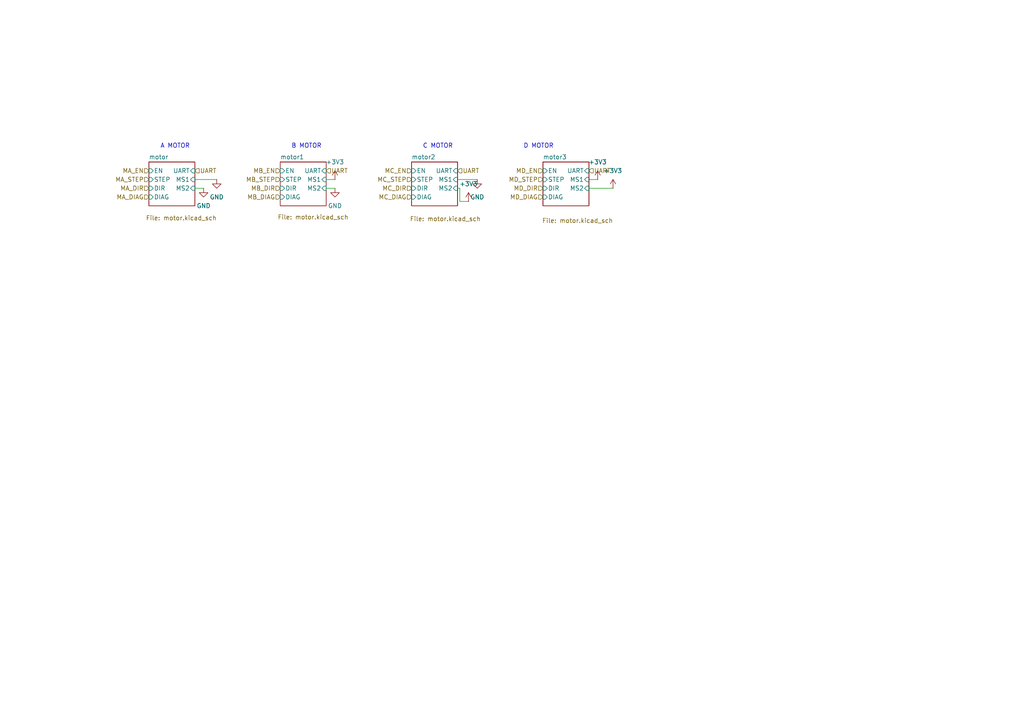
<source format=kicad_sch>
(kicad_sch (version 20250114) (generator "eeschema") (generator_version "9.0")
  (paper "A4")
  (lib_symbols
    (symbol "power:+3V3" (power) (pin_numbers (hide yes)) (pin_names (offset 0) (hide yes))
      (property "Value" "+3V3" (at 0 3.556 0))
      (symbol "+3V3_0_1"
        (polyline (pts (xy -0.762 1.27) (xy 0 2.54)))
        (polyline (pts (xy 0 2.54) (xy 0.762 1.27)))
        (polyline (pts (xy 0 0) (xy 0 2.54)))
      )
      (symbol "+3V3_1_1"
        (pin power_in line (at 0 0 90) (length 0) (name "~") (number "1"))
      )
    )
    (symbol "power:GND" (power) (pin_numbers (hide yes)) (pin_names (offset 0) (hide yes))
      (property "Value" "GND" (at 0 -3.81 0))
      (symbol "GND_0_1"
        (polyline (pts (xy 0 0) (xy 0 -1.27) (xy 1.27 -1.27) (xy 0 -2.54) (xy -1.27 -1.27) (xy 0 -1.27)))
      )
      (symbol "GND_1_1"
        (pin power_in line (at 0 0 270) (length 0) (name "~") (number "1"))
      )
    )
  )
  (text "D MOTOR" (at 156.21 42.418 0) (effects (font (size 1.27 1.27))))
  (text "C MOTOR" (at 127 42.418 0) (effects (font (size 1.27 1.27))))
  (text "B MOTOR" (at 88.9 42.418 0) (effects (font (size 1.27 1.27))))
  (text "A MOTOR" (at 50.8 42.418 0) (effects (font (size 1.27 1.27))))
  (wire (pts (xy 56.515 54.61) (xy 59.055 54.61)))
  (wire (pts (xy 94.615 54.61) (xy 97.155 54.61)))
  (wire (pts (xy 133.35 58.42) (xy 133.35 54.61)))
  (wire (pts (xy 132.715 52.07) (xy 138.43 52.07)))
  (wire (pts (xy 133.35 54.61) (xy 132.715 54.61)))
  (wire (pts (xy 133.35 58.42) (xy 135.89 58.42)))
  (wire (pts (xy 56.515 52.07) (xy 62.865 52.07)))
  (wire (pts (xy 170.815 54.61) (xy 177.8 54.61)))
  (wire (pts (xy 94.615 52.07) (xy 97.155 52.07)))
  (wire (pts (xy 170.815 52.07) (xy 173.355 52.07)))
  (hierarchical_label "MC_DIAG" (shape input) (at 119.38 57.15 180))
  (hierarchical_label "UART" (shape input) (at 56.515 49.53 0))
  (hierarchical_label "UART" (shape input) (at 132.715 49.53 0))
  (hierarchical_label "MC_EN" (shape input) (at 119.38 49.53 180))
  (hierarchical_label "MB_EN" (shape input) (at 81.28 49.53 180))
  (hierarchical_label "MD_EN" (shape input) (at 157.48 49.53 180))
  (hierarchical_label "UART" (shape input) (at 94.615 49.53 0))
  (hierarchical_label "MD_DIAG" (shape input) (at 157.48 57.15 180))
  (hierarchical_label "MB_DIAG" (shape input) (at 81.28 57.15 180))
  (hierarchical_label "UART" (shape input) (at 170.815 49.53 0))
  (hierarchical_label "MD_STEP" (shape input) (at 157.48 52.07 180))
  (hierarchical_label "MA_DIR" (shape input) (at 43.18 54.61 180))
  (hierarchical_label "MB_DIR" (shape input) (at 81.28 54.61 180))
  (hierarchical_label "MC_DIR" (shape input) (at 119.38 54.61 180))
  (hierarchical_label "MA_EN" (shape input) (at 43.18 49.53 180))
  (hierarchical_label "MB_STEP" (shape input) (at 81.28 52.07 180))
  (hierarchical_label "MC_STEP" (shape input) (at 119.38 52.07 180))
  (hierarchical_label "MD_DIR" (shape input) (at 157.48 54.61 180))
  (hierarchical_label "MA_STEP" (shape input) (at 43.18 52.07 180))
  (hierarchical_label "MA_DIAG" (shape input) (at 43.18 57.15 180))
  (symbol (lib_id "power:+3V3") (at 97.155 52.07 0) (unit 1)
    (property "Reference" "#PWR021" (effects (hide yes)))
    (property "Value" "+3V3" (at 97.155 46.99 0))
    (property "Description" "Power symbol creates a global label with name \"+3V3\"" (effects (hide yes)))
    (instances (project "A1_SMD_MB" (path "" (reference "#PWR0138") (unit 1)) (path "" (reference "#PWR021") (unit 1))))
  )
  (symbol (lib_id "power:+3V3") (at 135.89 58.42 0) (unit 1)
    (property "Reference" "#PWR023" (effects (hide yes)))
    (property "Value" "+3V3" (at 135.89 53.34 0))
    (property "Description" "Power symbol creates a global label with name \"+3V3\"" (effects (hide yes)))
    (instances (project "A1_SMD_MB" (path "" (reference "#PWR0140") (unit 1)) (path "" (reference "#PWR023") (unit 1))))
  )
  (symbol (lib_id "power:+3V3") (at 173.355 52.07 0) (unit 1)
    (property "Reference" "#PWR025" (effects (hide yes)))
    (property "Value" "+3V3" (at 173.355 46.99 0))
    (property "Description" "Power symbol creates a global label with name \"+3V3\"" (effects (hide yes)))
    (instances (project "A1_SMD_MB" (path "" (reference "#PWR0142") (unit 1)) (path "" (reference "#PWR025") (unit 1))))
  )
  (symbol (lib_id "power:+3V3") (at 177.8 54.61 0) (unit 1)
    (property "Reference" "#PWR027" (effects (hide yes)))
    (property "Value" "+3V3" (at 177.8 49.53 0))
    (property "Description" "Power symbol creates a global label with name \"+3V3\"" (effects (hide yes)))
    (instances (project "A1_SMD_MB" (path "" (reference "#PWR0143") (unit 1)) (path "" (reference "#PWR027") (unit 1))))
  )
  (symbol (lib_id "power:GND") (at 97.155 54.61 0) (unit 1)
    (property "Reference" "#PWR022" (effects (hide yes)))
    (property "Value" "GND" (at 97.155 59.69 0))
    (property "Description" "Power symbol creates a global label with name \"GND\" , ground" (effects (hide yes)))
    (instances (project "A1_SMD_MB" (path "" (reference "#PWR0139") (unit 1)) (path "" (reference "#PWR022") (unit 1))))
  )
  (symbol (lib_id "power:GND") (at 138.43 52.07 0) (unit 1)
    (property "Reference" "#PWR024" (effects (hide yes)))
    (property "Value" "GND" (at 138.43 57.15 0))
    (property "Description" "Power symbol creates a global label with name \"GND\" , ground" (effects (hide yes)))
    (instances (project "A1_SMD_MB" (path "" (reference "#PWR0141") (unit 1)) (path "" (reference "#PWR024") (unit 1))))
  )
  (symbol (lib_id "power:GND") (at 59.055 54.61 0) (unit 1)
    (property "Reference" "#PWR019" (effects (hide yes)))
    (property "Value" "GND" (at 59.055 59.69 0))
    (property "Description" "Power symbol creates a global label with name \"GND\" , ground" (effects (hide yes)))
    (instances (project "A1_SMD_MB" (path "" (reference "#PWR0136") (unit 1)) (path "" (reference "#PWR019") (unit 1))))
  )
  (symbol (lib_id "power:GND") (at 62.865 52.07 0) (unit 1)
    (property "Reference" "#PWR020" (effects (hide yes)))
    (property "Value" "GND" (at 62.865 57.15 0))
    (property "Description" "Power symbol creates a global label with name \"GND\" , ground" (effects (hide yes)))
    (instances (project "A1_SMD_MB" (path "" (reference "#PWR0137") (unit 1)) (path "" (reference "#PWR020") (unit 1))))
  )
  (sheet (at 81.28 46.99) (size 13.335 12.7) (stroke (width 0.1524))
    (property "Sheetname" "motor1" (at 81.28 46.2784 0) (effects (justify left bottom)))
    (property "Sheetfile" "motor.kicad_sch" (at 80.518 62.23 0) (effects (justify left top)))
    (pin "DIAG" input (at 81.28 57.15 180))
    (pin "UART" input (at 94.615 49.53 0))
    (pin "STEP" input (at 81.28 52.07 180))
    (pin "DIR" input (at 81.28 54.61 180))
    (pin "EN" input (at 81.28 49.53 180))
    (pin "MS1" input (at 94.615 52.07 0))
    (pin "MS2" input (at 94.615 54.61 0))
  )
  (sheet (at 157.48 46.99) (size 13.335 12.7) (stroke (width 0.1524))
    (property "Sheetname" "motor3" (at 157.48 46.2784 0) (effects (justify left bottom)))
    (property "Sheetfile" "motor.kicad_sch" (at 157.226 63.246 0) (effects (justify left top)))
    (pin "DIAG" input (at 157.48 57.15 180))
    (pin "UART" input (at 170.815 49.53 0))
    (pin "STEP" input (at 157.48 52.07 180))
    (pin "DIR" input (at 157.48 54.61 180))
    (pin "EN" input (at 157.48 49.53 180))
    (pin "MS1" input (at 170.815 52.07 0))
    (pin "MS2" input (at 170.815 54.61 0))
  )
  (sheet (at 43.18 46.99) (size 13.335 12.7) (stroke (width 0.1524))
    (property "Sheetname" "motor" (at 43.18 46.2784 0) (effects (justify left bottom)))
    (property "Sheetfile" "motor.kicad_sch" (at 42.291 62.484 0) (effects (justify left top)))
    (pin "DIAG" input (at 43.18 57.15 180))
    (pin "UART" input (at 56.515 49.53 0))
    (pin "STEP" input (at 43.18 52.07 180))
    (pin "DIR" input (at 43.18 54.61 180))
    (pin "EN" input (at 43.18 49.53 180))
    (pin "MS1" input (at 56.515 52.07 0))
    (pin "MS2" input (at 56.515 54.61 0))
  )
  (sheet (at 119.38 46.99) (size 13.335 12.7) (stroke (width 0.1524))
    (property "Sheetname" "motor2" (at 119.38 46.2784 0) (effects (justify left bottom)))
    (property "Sheetfile" "motor.kicad_sch" (at 118.872 62.738 0) (effects (justify left top)))
    (pin "DIAG" input (at 119.38 57.15 180))
    (pin "UART" input (at 132.715 49.53 0))
    (pin "STEP" input (at 119.38 52.07 180))
    (pin "DIR" input (at 119.38 54.61 180))
    (pin "EN" input (at 119.38 49.53 180))
    (pin "MS1" input (at 132.715 52.07 0))
    (pin "MS2" input (at 132.715 54.61 0))
  )
)
</source>
